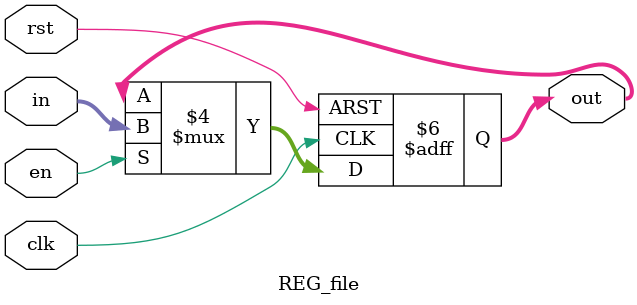
<source format=v>
`timescale 1ns / 1ps


module REG_file(
input    wire  clk,
input    wire   rst,
input    wire        en,
input    wire [5:0]  in,
output   reg  [5:0]	 out
);
always @ (posedge clk or posedge rst)
if(rst ==1)
    out<=0;
else if(en==1)
   out<=in;
endmodule

</source>
